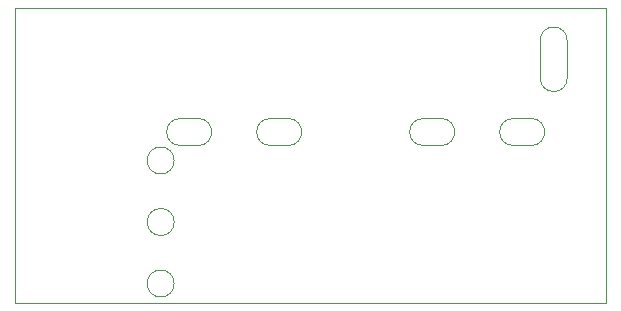
<source format=gbr>
%TF.GenerationSoftware,KiCad,Pcbnew,(5.1.10)-1*%
%TF.CreationDate,2022-01-17T02:00:54+07:00*%
%TF.ProjectId,Fan_controller_v3,46616e5f-636f-46e7-9472-6f6c6c65725f,rev?*%
%TF.SameCoordinates,Original*%
%TF.FileFunction,Profile,NP*%
%FSLAX46Y46*%
G04 Gerber Fmt 4.6, Leading zero omitted, Abs format (unit mm)*
G04 Created by KiCad (PCBNEW (5.1.10)-1) date 2022-01-17 02:00:54*
%MOMM*%
%LPD*%
G01*
G04 APERTURE LIST*
%TA.AperFunction,Profile*%
%ADD10C,0.100000*%
%TD*%
G04 APERTURE END LIST*
D10*
X88443000Y-98349000D02*
G75*
G03*
X88443000Y-98349000I-1143000J0D01*
G01*
X88443000Y-93142000D02*
G75*
G03*
X88443000Y-93142000I-1143000J0D01*
G01*
X88443000Y-87935000D02*
G75*
G03*
X88443000Y-87935000I-1143000J0D01*
G01*
X88951000Y-84379000D02*
X90475000Y-84379000D01*
X90475000Y-84379000D02*
G75*
G02*
X90475000Y-86665000I0J-1143000D01*
G01*
X88951000Y-86665000D02*
G75*
G02*
X88951000Y-84379000I0J1143000D01*
G01*
X88951000Y-86665000D02*
X90475000Y-86665000D01*
X96571000Y-84379000D02*
X98095000Y-84379000D01*
X98095000Y-84379000D02*
G75*
G02*
X98095000Y-86665000I0J-1143000D01*
G01*
X96571000Y-86665000D02*
G75*
G02*
X96571000Y-84379000I0J1143000D01*
G01*
X96571000Y-86665000D02*
X98095000Y-86665000D01*
X111049000Y-84379000D02*
G75*
G02*
X111049000Y-86665000I0J-1143000D01*
G01*
X109525000Y-86665000D02*
G75*
G02*
X109525000Y-84379000I0J1143000D01*
G01*
X109525000Y-86665000D02*
X111049000Y-86665000D01*
X109525000Y-84379000D02*
X111049000Y-84379000D01*
X117145000Y-86665000D02*
X118669000Y-86665000D01*
X117145000Y-84379000D02*
X118669000Y-84379000D01*
X118669000Y-84379000D02*
G75*
G02*
X118669000Y-86665000I0J-1143000D01*
G01*
X117145000Y-86665000D02*
G75*
G02*
X117145000Y-84379000I0J1143000D01*
G01*
X119431000Y-80950000D02*
X119431000Y-77775000D01*
X121717000Y-77775000D02*
X121717000Y-80950000D01*
X121717000Y-80950000D02*
G75*
G02*
X119431000Y-80950000I-1143000J0D01*
G01*
X119431000Y-77775000D02*
G75*
G02*
X121717000Y-77775000I1143000J0D01*
G01*
X75000000Y-75000000D02*
X75000000Y-100000000D01*
X75000000Y-100000000D02*
X125000000Y-100000000D01*
X125000000Y-75000000D02*
X125000000Y-100000000D01*
X75000000Y-75000000D02*
X125000000Y-75000000D01*
M02*

</source>
